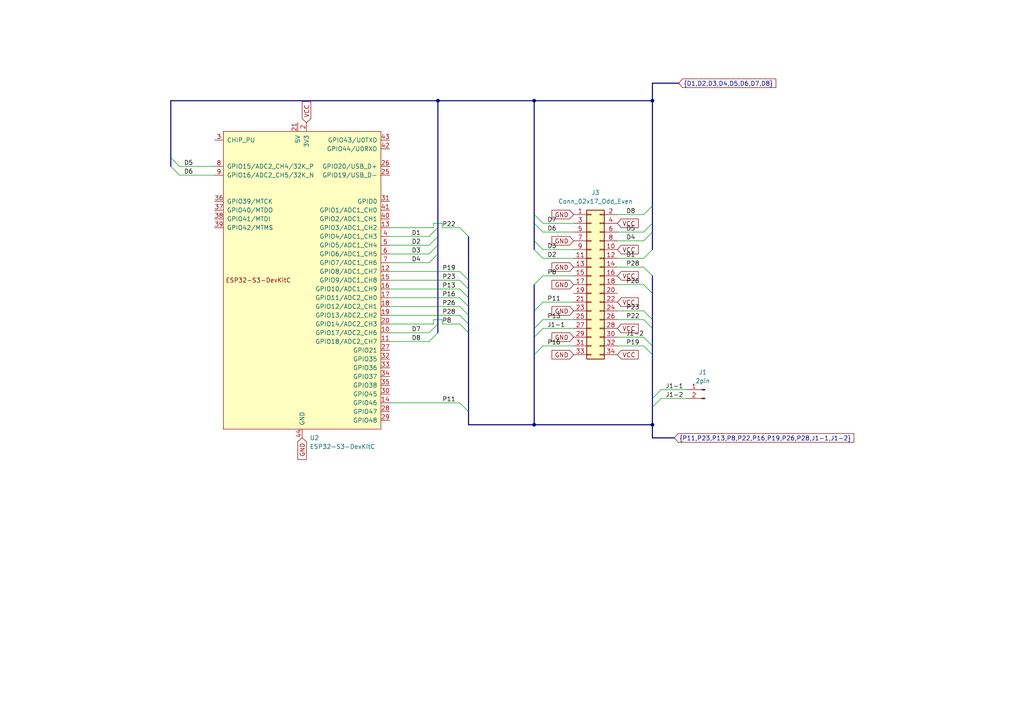
<source format=kicad_sch>
(kicad_sch (version 20231120) (generator "eeschema") (generator_version "8.0")
  (paper "A4")
  (lib_symbols
    (symbol "Connector:Conn_01x02_Pin" (pin_names (offset 1.016) hide)
      (property "Reference" "J" (at 0 2.54 0))
      (property "Value" "Conn_01x02_Pin" (at 0 -5.08 0))
      (symbol "Conn_01x02_Pin_1_1"
        (polyline (pts (xy 1.27 -2.54) (xy 0.8636 -2.54)) (stroke (width 0.1524)))
        (polyline (pts (xy 1.27 0) (xy 0.8636 0)) (stroke (width 0.1524)))
        (rectangle (start 0.8636 -2.413) (end 0 -2.667) (stroke (width 0.1524)) (fill (type outline)))
        (rectangle (start 0.8636 0.127) (end 0 -0.127) (stroke (width 0.1524)) (fill (type outline)))
        (pin passive line (at 5.08 0 180) (length 3.81) (name "Pin_1") (number "1"))
        (pin passive line (at 5.08 -2.54 180) (length 3.81) (name "Pin_2") (number "2"))
      )
    )
    (symbol "Connector_Generic:Conn_02x17_Odd_Even" (pin_names (offset 1.016) hide)
      (property "Reference" "J" (at 1.27 22.86 0))
      (property "Value" "Conn_02x17_Odd_Even" (at 1.27 -22.86 0))
      (symbol "Conn_02x17_Odd_Even_1_1"
        (rectangle (start -1.27 -20.193) (end 0 -20.447) (stroke (width 0.1524)))
        (rectangle (start -1.27 -17.653) (end 0 -17.907) (stroke (width 0.1524)))
        (rectangle (start -1.27 -15.113) (end 0 -15.367) (stroke (width 0.1524)))
        (rectangle (start -1.27 -12.573) (end 0 -12.827) (stroke (width 0.1524)))
        (rectangle (start -1.27 -10.033) (end 0 -10.287) (stroke (width 0.1524)))
        (rectangle (start -1.27 -7.493) (end 0 -7.747) (stroke (width 0.1524)))
        (rectangle (start -1.27 -4.953) (end 0 -5.207) (stroke (width 0.1524)))
        (rectangle (start -1.27 -2.413) (end 0 -2.667) (stroke (width 0.1524)))
        (rectangle (start -1.27 0.127) (end 0 -0.127) (stroke (width 0.1524)))
        (rectangle (start -1.27 2.667) (end 0 2.413) (stroke (width 0.1524)))
        (rectangle (start -1.27 5.207) (end 0 4.953) (stroke (width 0.1524)))
        (rectangle (start -1.27 7.747) (end 0 7.493) (stroke (width 0.1524)))
        (rectangle (start -1.27 10.287) (end 0 10.033) (stroke (width 0.1524)))
        (rectangle (start -1.27 12.827) (end 0 12.573) (stroke (width 0.1524)))
        (rectangle (start -1.27 15.367) (end 0 15.113) (stroke (width 0.1524)))
        (rectangle (start -1.27 17.907) (end 0 17.653) (stroke (width 0.1524)))
        (rectangle (start -1.27 20.447) (end 0 20.193) (stroke (width 0.1524)))
        (rectangle (start -1.27 21.59) (end 3.81 -21.59) (stroke (width 0.254)) (fill (type background)))
        (rectangle (start 3.81 -20.193) (end 2.54 -20.447) (stroke (width 0.1524)))
        (rectangle (start 3.81 -17.653) (end 2.54 -17.907) (stroke (width 0.1524)))
        (rectangle (start 3.81 -15.113) (end 2.54 -15.367) (stroke (width 0.1524)))
        (rectangle (start 3.81 -12.573) (end 2.54 -12.827) (stroke (width 0.1524)))
        (rectangle (start 3.81 -10.033) (end 2.54 -10.287) (stroke (width 0.1524)))
        (rectangle (start 3.81 -7.493) (end 2.54 -7.747) (stroke (width 0.1524)))
        (rectangle (start 3.81 -4.953) (end 2.54 -5.207) (stroke (width 0.1524)))
        (rectangle (start 3.81 -2.413) (end 2.54 -2.667) (stroke (width 0.1524)))
        (rectangle (start 3.81 0.127) (end 2.54 -0.127) (stroke (width 0.1524)))
        (rectangle (start 3.81 2.667) (end 2.54 2.413) (stroke (width 0.1524)))
        (rectangle (start 3.81 5.207) (end 2.54 4.953) (stroke (width 0.1524)))
        (rectangle (start 3.81 7.747) (end 2.54 7.493) (stroke (width 0.1524)))
        (rectangle (start 3.81 10.287) (end 2.54 10.033) (stroke (width 0.1524)))
        (rectangle (start 3.81 12.827) (end 2.54 12.573) (stroke (width 0.1524)))
        (rectangle (start 3.81 15.367) (end 2.54 15.113) (stroke (width 0.1524)))
        (rectangle (start 3.81 17.907) (end 2.54 17.653) (stroke (width 0.1524)))
        (rectangle (start 3.81 20.447) (end 2.54 20.193) (stroke (width 0.1524)))
        (pin passive line (at -5.08 20.32 0) (length 3.81) (name "Pin_1") (number "1"))
        (pin passive line (at 7.62 10.16 180) (length 3.81) (name "Pin_10") (number "10"))
        (pin passive line (at -5.08 7.62 0) (length 3.81) (name "Pin_11") (number "11"))
        (pin passive line (at 7.62 7.62 180) (length 3.81) (name "Pin_12") (number "12"))
        (pin passive line (at -5.08 5.08 0) (length 3.81) (name "Pin_13") (number "13"))
        (pin passive line (at 7.62 5.08 180) (length 3.81) (name "Pin_14") (number "14"))
        (pin passive line (at -5.08 2.54 0) (length 3.81) (name "Pin_15") (number "15"))
        (pin passive line (at 7.62 2.54 180) (length 3.81) (name "Pin_16") (number "16"))
        (pin passive line (at -5.08 0 0) (length 3.81) (name "Pin_17") (number "17"))
        (pin passive line (at 7.62 0 180) (length 3.81) (name "Pin_18") (number "18"))
        (pin passive line (at -5.08 -2.54 0) (length 3.81) (name "Pin_19") (number "19"))
        (pin passive line (at 7.62 20.32 180) (length 3.81) (name "Pin_2") (number "2"))
        (pin passive line (at 7.62 -2.54 180) (length 3.81) (name "Pin_20") (number "20"))
        (pin passive line (at -5.08 -5.08 0) (length 3.81) (name "Pin_21") (number "21"))
        (pin passive line (at 7.62 -5.08 180) (length 3.81) (name "Pin_22") (number "22"))
        (pin passive line (at -5.08 -7.62 0) (length 3.81) (name "Pin_23") (number "23"))
        (pin passive line (at 7.62 -7.62 180) (length 3.81) (name "Pin_24") (number "24"))
        (pin passive line (at -5.08 -10.16 0) (length 3.81) (name "Pin_25") (number "25"))
        (pin passive line (at 7.62 -10.16 180) (length 3.81) (name "Pin_26") (number "26"))
        (pin passive line (at -5.08 -12.7 0) (length 3.81) (name "Pin_27") (number "27"))
        (pin passive line (at 7.62 -12.7 180) (length 3.81) (name "Pin_28") (number "28"))
        (pin passive line (at -5.08 -15.24 0) (length 3.81) (name "Pin_29") (number "29"))
        (pin passive line (at -5.08 17.78 0) (length 3.81) (name "Pin_3") (number "3"))
        (pin passive line (at 7.62 -15.24 180) (length 3.81) (name "Pin_30") (number "30"))
        (pin passive line (at -5.08 -17.78 0) (length 3.81) (name "Pin_31") (number "31"))
        (pin passive line (at 7.62 -17.78 180) (length 3.81) (name "Pin_32") (number "32"))
        (pin passive line (at -5.08 -20.32 0) (length 3.81) (name "Pin_33") (number "33"))
        (pin passive line (at 7.62 -20.32 180) (length 3.81) (name "Pin_34") (number "34"))
        (pin passive line (at 7.62 17.78 180) (length 3.81) (name "Pin_4") (number "4"))
        (pin passive line (at -5.08 15.24 0) (length 3.81) (name "Pin_5") (number "5"))
        (pin passive line (at 7.62 15.24 180) (length 3.81) (name "Pin_6") (number "6"))
        (pin passive line (at -5.08 12.7 0) (length 3.81) (name "Pin_7") (number "7"))
        (pin passive line (at 7.62 12.7 180) (length 3.81) (name "Pin_8") (number "8"))
        (pin passive line (at -5.08 10.16 0) (length 3.81) (name "Pin_9") (number "9"))
      )
    )
    (symbol "PCM_Espressif:ESP32-S3-DevKitC" (pin_names (offset 1.016))
      (property "Reference" "U" (at -22.86 48.26 0))
      (property "Value" "ESP32-S3-DevKitC" (at -22.86 45.72 0))
      (symbol "ESP32-S3-DevKitC_0_0"
        (text "ESP32-S3-DevKitC" (at -12.7 0 0) (effects (font (size 1.27 1.27))))
        (pin bidirectional line (at 25.4 -35.56 180) (length 2.54) (name "GPIO46") (number "14"))
        (pin bidirectional line (at 25.4 -10.16 180) (length 2.54) (name "GPIO13/ADC2_CH2") (number "19"))
        (pin bidirectional line (at -25.4 15.24 0) (length 2.54) (name "GPIO42/MTMS") (number "39"))
        (pin bidirectional line (at 25.4 17.78 180) (length 2.54) (name "GPIO2/ADC1_CH1") (number "40"))
        (pin bidirectional line (at 25.4 20.32 180) (length 2.54) (name "GPIO1/ADC1_CH0") (number "41"))
        (pin bidirectional line (at 25.4 38.1 180) (length 2.54) (name "GPIO44/U0RXD") (number "42"))
        (pin bidirectional line (at 25.4 40.64 180) (length 2.54) (name "GPIO43/U0TXD") (number "43"))
        (pin power_in line (at 0 -45.72 90) (length 2.54) (name "GND") (number "44"))
      )
      (symbol "ESP32-S3-DevKitC_0_1"
        (rectangle (start -22.86 43.18) (end 22.86 -43.18) (fill (type background)))
        (pin power_in line (at 1.27 45.72 270) (length 2.54) (name "3V3") (number "2"))
      )
      (symbol "ESP32-S3-DevKitC_1_1"
        (pin passive line (at 1.27 45.72 270) (length 2.54) hide (name "3V3") (number "1"))
        (pin bidirectional line (at 25.4 -15.24 180) (length 2.54) (name "GPIO17/ADC2_CH6") (number "10"))
        (pin bidirectional line (at 25.4 -17.78 180) (length 2.54) (name "GPIO18/ADC2_CH7") (number "11"))
        (pin bidirectional line (at 25.4 2.54 180) (length 2.54) (name "GPIO8/ADC1_CH7") (number "12"))
        (pin bidirectional line (at 25.4 15.24 180) (length 2.54) (name "GPIO3/ADC1_CH2") (number "13"))
        (pin bidirectional line (at 25.4 0 180) (length 2.54) (name "GPIO9/ADC1_CH8") (number "15"))
        (pin bidirectional line (at 25.4 -2.54 180) (length 2.54) (name "GPIO10/ADC1_CH9") (number "16"))
        (pin bidirectional line (at 25.4 -5.08 180) (length 2.54) (name "GPIO11/ADC2_CH0") (number "17"))
        (pin bidirectional line (at 25.4 -7.62 180) (length 2.54) (name "GPIO12/ADC2_CH1") (number "18"))
        (pin bidirectional line (at 25.4 -12.7 180) (length 2.54) (name "GPIO14/ADC2_CH3") (number "20"))
        (pin power_in line (at -1.27 45.72 270) (length 2.54) (name "5V") (number "21"))
        (pin passive line (at 0 -45.72 90) (length 2.54) hide (name "GND") (number "22"))
        (pin passive line (at 0 -45.72 90) (length 2.54) hide (name "GND") (number "23"))
        (pin passive line (at 0 -45.72 90) (length 2.54) hide (name "GND") (number "24"))
        (pin bidirectional line (at 25.4 30.48 180) (length 2.54) (name "GPIO19/USB_D-") (number "25"))
        (pin bidirectional line (at 25.4 33.02 180) (length 2.54) (name "GPIO20/USB_D+") (number "26"))
        (pin bidirectional line (at 25.4 -20.32 180) (length 2.54) (name "GPIO21") (number "27"))
        (pin bidirectional line (at 25.4 -38.1 180) (length 2.54) (name "GPIO47") (number "28"))
        (pin bidirectional line (at 25.4 -40.64 180) (length 2.54) (name "GPIO48") (number "29"))
        (pin input line (at -25.4 40.64 0) (length 2.54) (name "CHIP_PU") (number "3"))
        (pin bidirectional line (at 25.4 -33.02 180) (length 2.54) (name "GPIO45") (number "30"))
        (pin bidirectional line (at 25.4 22.86 180) (length 2.54) (name "GPIO0") (number "31"))
        (pin bidirectional line (at 25.4 -22.86 180) (length 2.54) (name "GPIO35") (number "32"))
        (pin bidirectional line (at 25.4 -25.4 180) (length 2.54) (name "GPIO36") (number "33"))
        (pin bidirectional line (at 25.4 -27.94 180) (length 2.54) (name "GPIO37") (number "34"))
        (pin bidirectional line (at 25.4 -30.48 180) (length 2.54) (name "GPIO38") (number "35"))
        (pin bidirectional line (at -25.4 22.86 0) (length 2.54) (name "GPIO39/MTCK") (number "36"))
        (pin bidirectional line (at -25.4 20.32 0) (length 2.54) (name "GPIO40/MTDO") (number "37"))
        (pin bidirectional line (at -25.4 17.78 0) (length 2.54) (name "GPIO41/MTDI") (number "38"))
        (pin bidirectional line (at 25.4 12.7 180) (length 2.54) (name "GPIO4/ADC1_CH3") (number "4"))
        (pin bidirectional line (at 25.4 10.16 180) (length 2.54) (name "GPIO5/ADC1_CH4") (number "5"))
        (pin bidirectional line (at 25.4 7.62 180) (length 2.54) (name "GPIO6/ADC1_CH5") (number "6"))
        (pin bidirectional line (at 25.4 5.08 180) (length 2.54) (name "GPIO7/ADC1_CH6") (number "7"))
        (pin bidirectional line (at -25.4 33.02 0) (length 2.54) (name "GPIO15/ADC2_CH4/32K_P") (number "8"))
        (pin bidirectional line (at -25.4 30.48 0) (length 2.54) (name "GPIO16/ADC2_CH5/32K_N") (number "9"))
      )
    )
  )
  (junction (at 189.23 123.19))
  (junction (at 189.23 29.21))
  (junction (at 154.94 29.21))
  (junction (at 154.94 123.19))
  (junction (at 127 29.21))
  (bus_entry (at 135.89 96.52) (size -2.54 -2.54))
  (bus_entry (at 154.94 90.17) (size 2.54 -2.54))
  (bus_entry (at 154.94 102.87) (size 2.54 -2.54))
  (bus_entry (at 189.23 85.09) (size -2.54 -2.54))
  (bus_entry (at 189.23 118.11) (size 2.54 -2.54))
  (bus_entry (at 154.94 64.77) (size 2.54 2.54))
  (bus_entry (at 189.23 64.77) (size -2.54 2.54))
  (bus_entry (at 135.89 83.82) (size -2.54 -2.54))
  (bus_entry (at 154.94 82.55) (size 2.54 -2.54))
  (bus_entry (at 189.23 80.01) (size -2.54 -2.54))
  (bus_entry (at 154.94 95.25) (size 2.54 -2.54))
  (bus_entry (at 189.23 92.71) (size -2.54 -2.54))
  (bus_entry (at 154.94 69.85) (size 2.54 2.54))
  (bus_entry (at 135.89 91.44) (size -2.54 -2.54))
  (bus_entry (at 135.89 88.9) (size -2.54 -2.54))
  (bus_entry (at 189.23 67.31) (size -2.54 2.54))
  (bus_entry (at 189.23 59.69) (size -2.54 2.54))
  (bus_entry (at 154.94 97.79) (size 2.54 -2.54))
  (bus_entry (at 154.94 72.39) (size 2.54 2.54))
  (bus_entry (at 189.23 72.39) (size -2.54 2.54))
  (bus_entry (at 127 71.12) (size -2.54 2.54))
  (bus_entry (at 135.89 93.98) (size -2.54 -2.54))
  (bus_entry (at 189.23 100.33) (size -2.54 -2.54))
  (bus_entry (at 127 73.66) (size -2.54 2.54))
  (bus_entry (at 135.89 68.58) (size -2.54 -2.54))
  (bus_entry (at 49.53 45.72) (size 2.54 2.54))
  (bus_entry (at 127 93.98) (size -2.54 2.54))
  (bus_entry (at 189.23 102.87) (size -2.54 -2.54))
  (bus_entry (at 189.23 115.57) (size 2.54 -2.54))
  (bus_entry (at 154.94 62.23) (size 2.54 2.54))
  (bus_entry (at 189.23 95.25) (size -2.54 -2.54))
  (bus_entry (at 135.89 81.28) (size -2.54 -2.54))
  (bus_entry (at 127 66.04) (size -2.54 2.54))
  (bus_entry (at 49.53 48.26) (size 2.54 2.54))
  (bus_entry (at 127 96.52) (size -2.54 2.54))
  (bus_entry (at 127 68.58) (size -2.54 2.54))
  (bus_entry (at 135.89 119.38) (size -2.54 -2.54))
  (bus_entry (at 135.89 86.36) (size -2.54 -2.54))
  (wire (pts (xy 113.03 99.06) (xy 124.46 99.06)))
  (bus (pts (xy 127 68.58) (xy 127 71.12)))
  (wire (pts (xy 157.48 74.93) (xy 166.37 74.93)))
  (bus (pts (xy 189.23 95.25) (xy 189.23 100.33)))
  (wire (pts (xy 179.07 62.23) (xy 186.69 62.23)))
  (wire (pts (xy 179.07 82.55) (xy 186.69 82.55)))
  (bus (pts (xy 189.23 100.33) (xy 189.23 102.87)))
  (wire (pts (xy 128.27 64.77) (xy 125.73 64.77)))
  (bus (pts (xy 196.85 24.13) (xy 189.23 24.13)))
  (wire (pts (xy 113.03 78.74) (xy 133.35 78.74)))
  (wire (pts (xy 113.03 91.44) (xy 133.35 91.44)))
  (wire (pts (xy 191.77 115.57) (xy 199.39 115.57)))
  (bus (pts (xy 189.23 29.21) (xy 189.23 59.69)))
  (bus (pts (xy 154.94 69.85) (xy 154.94 64.77)))
  (wire (pts (xy 52.07 48.26) (xy 62.23 48.26)))
  (wire (pts (xy 157.48 64.77) (xy 166.37 64.77)))
  (wire (pts (xy 157.48 92.71) (xy 166.37 92.71)))
  (wire (pts (xy 113.03 68.58) (xy 124.46 68.58)))
  (wire (pts (xy 113.03 83.82) (xy 133.35 83.82)))
  (wire (pts (xy 179.07 69.85) (xy 186.69 69.85)))
  (wire (pts (xy 128.27 66.04) (xy 128.27 64.77)))
  (wire (pts (xy 179.07 100.33) (xy 186.69 100.33)))
  (bus (pts (xy 135.89 83.82) (xy 135.89 86.36)))
  (bus (pts (xy 135.89 86.36) (xy 135.89 88.9)))
  (bus (pts (xy 154.94 29.21) (xy 189.23 29.21)))
  (bus (pts (xy 154.94 95.25) (xy 154.94 97.79)))
  (wire (pts (xy 157.48 67.31) (xy 166.37 67.31)))
  (wire (pts (xy 157.48 100.33) (xy 166.37 100.33)))
  (wire (pts (xy 179.07 90.17) (xy 186.69 90.17)))
  (bus (pts (xy 127 29.21) (xy 49.53 29.21)))
  (wire (pts (xy 179.07 74.93) (xy 186.69 74.93)))
  (wire (pts (xy 125.73 92.71) (xy 125.73 93.98)))
  (bus (pts (xy 154.94 90.17) (xy 154.94 95.25)))
  (wire (pts (xy 113.03 116.84) (xy 133.35 116.84)))
  (wire (pts (xy 179.07 97.79) (xy 186.69 97.79)))
  (wire (pts (xy 179.07 92.71) (xy 186.69 92.71)))
  (bus (pts (xy 49.53 29.21) (xy 49.53 45.72)))
  (wire (pts (xy 125.73 64.77) (xy 125.73 66.04)))
  (wire (pts (xy 179.07 77.47) (xy 186.69 77.47)))
  (wire (pts (xy 128.27 93.98) (xy 128.27 92.71)))
  (wire (pts (xy 113.03 81.28) (xy 133.35 81.28)))
  (bus (pts (xy 127 71.12) (xy 127 73.66)))
  (bus (pts (xy 135.89 81.28) (xy 135.89 83.82)))
  (bus (pts (xy 189.23 24.13) (xy 189.23 29.21)))
  (bus (pts (xy 189.23 59.69) (xy 189.23 64.77)))
  (wire (pts (xy 157.48 87.63) (xy 166.37 87.63)))
  (bus (pts (xy 189.23 127) (xy 195.58 127)))
  (wire (pts (xy 113.03 71.12) (xy 124.46 71.12)))
  (bus (pts (xy 135.89 91.44) (xy 135.89 93.98)))
  (wire (pts (xy 133.35 93.98) (xy 128.27 93.98)))
  (wire (pts (xy 157.48 95.25) (xy 166.37 95.25)))
  (bus (pts (xy 189.23 85.09) (xy 189.23 92.71)))
  (bus (pts (xy 189.23 118.11) (xy 189.23 123.19)))
  (wire (pts (xy 157.48 72.39) (xy 166.37 72.39)))
  (bus (pts (xy 189.23 127) (xy 189.23 123.19)))
  (bus (pts (xy 189.23 102.87) (xy 189.23 115.57)))
  (bus (pts (xy 154.94 123.19) (xy 135.89 123.19)))
  (wire (pts (xy 125.73 93.98) (xy 113.03 93.98)))
  (bus (pts (xy 189.23 64.77) (xy 189.23 67.31)))
  (bus (pts (xy 154.94 97.79) (xy 154.94 102.87)))
  (bus (pts (xy 49.53 45.72) (xy 49.53 48.26)))
  (wire (pts (xy 157.48 80.01) (xy 166.37 80.01)))
  (bus (pts (xy 154.94 72.39) (xy 154.94 69.85)))
  (bus (pts (xy 189.23 115.57) (xy 189.23 118.11)))
  (wire (pts (xy 179.07 67.31) (xy 186.69 67.31)))
  (bus (pts (xy 135.89 119.38) (xy 135.89 123.19)))
  (bus (pts (xy 189.23 92.71) (xy 189.23 95.25)))
  (bus (pts (xy 189.23 67.31) (xy 189.23 72.39)))
  (bus (pts (xy 127 93.98) (xy 127 96.52)))
  (bus (pts (xy 154.94 82.55) (xy 154.94 90.17)))
  (bus (pts (xy 127 73.66) (xy 127 93.98)))
  (wire (pts (xy 128.27 92.71) (xy 125.73 92.71)))
  (wire (pts (xy 113.03 76.2) (xy 124.46 76.2)))
  (wire (pts (xy 133.35 66.04) (xy 128.27 66.04)))
  (bus (pts (xy 135.89 68.58) (xy 135.89 81.28)))
  (bus (pts (xy 154.94 62.23) (xy 154.94 29.21)))
  (bus (pts (xy 154.94 123.19) (xy 189.23 123.19)))
  (wire (pts (xy 113.03 96.52) (xy 124.46 96.52)))
  (wire (pts (xy 52.07 50.8) (xy 62.23 50.8)))
  (wire (pts (xy 191.77 113.03) (xy 199.39 113.03)))
  (bus (pts (xy 127 66.04) (xy 127 68.58)))
  (wire (pts (xy 113.03 66.04) (xy 125.73 66.04)))
  (bus (pts (xy 154.94 29.21) (xy 127 29.21)))
  (wire (pts (xy 113.03 86.36) (xy 133.35 86.36)))
  (wire (pts (xy 113.03 73.66) (xy 124.46 73.66)))
  (bus (pts (xy 154.94 102.87) (xy 154.94 123.19)))
  (bus (pts (xy 127 29.21) (xy 127 66.04)))
  (bus (pts (xy 135.89 93.98) (xy 135.89 96.52)))
  (bus (pts (xy 135.89 88.9) (xy 135.89 91.44)))
  (wire (pts (xy 113.03 88.9) (xy 133.35 88.9)))
  (bus (pts (xy 154.94 64.77) (xy 154.94 62.23)))
  (bus (pts (xy 135.89 96.52) (xy 135.89 119.38)))
  (bus (pts (xy 189.23 80.01) (xy 189.23 85.09)))
  (label "P8" (at 128.27 93.98 0))
  (label "D5" (at 181.61 67.31 0))
  (label "P28" (at 128.27 91.44 0))
  (label "D4" (at 119.38 76.2 0))
  (label "D8" (at 119.38 99.06 0))
  (label "P28" (at 181.61 77.47 0))
  (label "D3" (at 119.38 73.66 0))
  (label "D3" (at 158.75 72.39 0))
  (label "D6" (at 158.75 67.31 0))
  (label "J1-2" (at 193.04 115.57 0))
  (label "P19" (at 181.61 100.33 0))
  (label "P22" (at 181.61 92.71 0))
  (label "D4" (at 181.61 69.85 0))
  (label "P8" (at 158.75 80.01 0))
  (label "P16" (at 128.27 86.36 0))
  (label "D5" (at 53.34 48.26 0))
  (label "P16" (at 158.75 100.33 0))
  (label "P11" (at 128.27 116.84 0))
  (label "D2" (at 158.75 74.93 0))
  (label "D1" (at 181.61 74.93 0))
  (label "P19" (at 128.27 78.74 0))
  (label "D7" (at 119.38 96.52 0))
  (label "D6" (at 53.34 50.8 0))
  (label "D8" (at 181.61 62.23 0))
  (label "D1" (at 119.38 68.58 0))
  (label "P11" (at 158.75 87.63 0))
  (label "P23" (at 181.61 90.17 0))
  (label "P23" (at 128.27 81.28 0))
  (label "D2" (at 119.38 71.12 0))
  (label "J1-1" (at 193.04 113.03 0))
  (label "P22" (at 128.27 66.04 0))
  (label "P13" (at 128.27 83.82 0))
  (label "J1-2" (at 181.61 97.79 0))
  (label "P13" (at 158.75 92.71 0))
  (label "J1-1" (at 158.75 95.25 0))
  (label "P26" (at 128.27 88.9 0))
  (label "D7" (at 158.75 64.77 0))
  (label "P26" (at 181.61 82.55 0))
  (global_label "VCC" (shape input) (at 179.07 95.25 0) (property "Intersheetrefs" "${INTERSHEET_REFS}" (effects (hide yes))))
  (global_label "GND" (shape input) (at 166.37 90.17 180) (property "Intersheetrefs" "${INTERSHEET_REFS}" (effects (hide yes))))
  (global_label "{P11,P23,P13,P8,P22,P16,P19,P26,P28,J1-1,J1-2}" (shape input) (at 195.58 127 0) (property "Intersheetrefs" "${INTERSHEET_REFS}" (effects (hide yes))))
  (global_label "VCC" (shape input) (at 88.9 35.56 90) (property "Intersheetrefs" "${INTERSHEET_REFS}" (effects (hide yes))))
  (global_label "GND" (shape input) (at 166.37 77.47 180) (property "Intersheetrefs" "${INTERSHEET_REFS}" (effects (hide yes))))
  (global_label "GND" (shape input) (at 87.63 127 270) (property "Intersheetrefs" "${INTERSHEET_REFS}" (effects (hide yes))))
  (global_label "VCC" (shape input) (at 179.07 72.39 0) (property "Intersheetrefs" "${INTERSHEET_REFS}" (effects (hide yes))))
  (global_label "VCC" (shape input) (at 179.07 102.87 0) (property "Intersheetrefs" "${INTERSHEET_REFS}" (effects (hide yes))))
  (global_label "VCC" (shape input) (at 179.07 80.01 0) (property "Intersheetrefs" "${INTERSHEET_REFS}" (effects (hide yes))))
  (global_label "VCC" (shape input) (at 179.07 87.63 0) (property "Intersheetrefs" "${INTERSHEET_REFS}" (effects (hide yes))))
  (global_label "GND" (shape input) (at 166.37 69.85 180) (property "Intersheetrefs" "${INTERSHEET_REFS}" (effects (hide yes))))
  (global_label "VCC" (shape input) (at 179.07 64.77 0) (property "Intersheetrefs" "${INTERSHEET_REFS}" (effects (hide yes))))
  (global_label "{D1,D2,D3,D4,D5,D6,D7,D8}" (shape input) (at 196.85 24.13 0) (property "Intersheetrefs" "${INTERSHEET_REFS}" (effects (hide yes))))
  (global_label "GND" (shape input) (at 166.37 97.79 180) (property "Intersheetrefs" "${INTERSHEET_REFS}" (effects (hide yes))))
  (global_label "GND" (shape input) (at 166.37 82.55 180) (property "Intersheetrefs" "${INTERSHEET_REFS}" (effects (hide yes))))
  (global_label "GND" (shape input) (at 166.37 102.87 180) (property "Intersheetrefs" "${INTERSHEET_REFS}" (effects (hide yes))))
  (global_label "GND" (shape input) (at 166.37 62.23 180) (property "Intersheetrefs" "${INTERSHEET_REFS}" (effects (hide yes))))
  (symbol (lib_id "Connector_Generic:Conn_02x17_Odd_Even") (at 171.45 82.55 0) (unit 1)
    (property "Reference" "J3" (at 172.72 55.88 0))
    (property "Value" "Conn_02x17_Odd_Even" (at 172.72 58.42 0))
    (property "Footprint" "Connector_IDC:IDC-Header_2x17_P2.54mm_Vertical" (effects (hide yes)))
    (property "Description" "Generic connector, double row, 02x17, odd/even pin numbering scheme (row 1 odd numbers, row 2 even numbers), script generated (kicad-library-utils/schlib/autogen/connector/)" (effects (hide yes)))
  )
  (symbol (lib_id "Connector:Conn_01x02_Pin") (at 204.47 113.03 0) (mirror y) (unit 1)
    (property "Reference" "J1" (at 203.835 107.95 0))
    (property "Value" "2pin" (at 203.835 110.49 0))
    (property "Footprint" "Connector_PinHeader_2.54mm:PinHeader_1x02_P2.54mm_Vertical" (effects (hide yes)))
    (property "Description" "Generic connector, single row, 01x02, script generated" (effects (hide yes)))
  )
  (symbol (lib_id "PCM_Espressif:ESP32-S3-DevKitC") (at 87.63 81.28 0) (unit 1)
    (property "Reference" "U2" (at 89.8241 127 0) (effects (justify left)))
    (property "Value" "ESP32-S3-DevKitC" (at 89.8241 129.54 0) (effects (justify left)))
    (property "Footprint" "PCM_Espressif:ESP32-S3-DevKitC" (effects (hide yes)))
    (property "Description" "ESP32-S3-DevKitC" (effects (hide yes)))
  )
)
</source>
